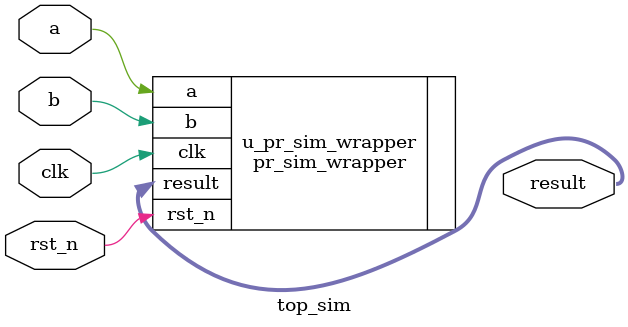
<source format=sv>

`timescale 1ns/1ps
module top_sim 
	#(	parameter OUTPUT_WIDTH = 2) (
	input logic clk,
	input logic rst_n,
	input logic a,
	input logic b,
	output logic [OUTPUT_WIDTH-1:0] result
);
	
	pr_sim_wrapper #(
		.OUTPUT_WIDTH(OUTPUT_WIDTH)) 
	
		u_pr_sim_wrapper (
			.clk(clk),
			.rst_n(rst_n),
			.a(a),
			.b(b),
			.result(result)
	);
	

endmodule

</source>
